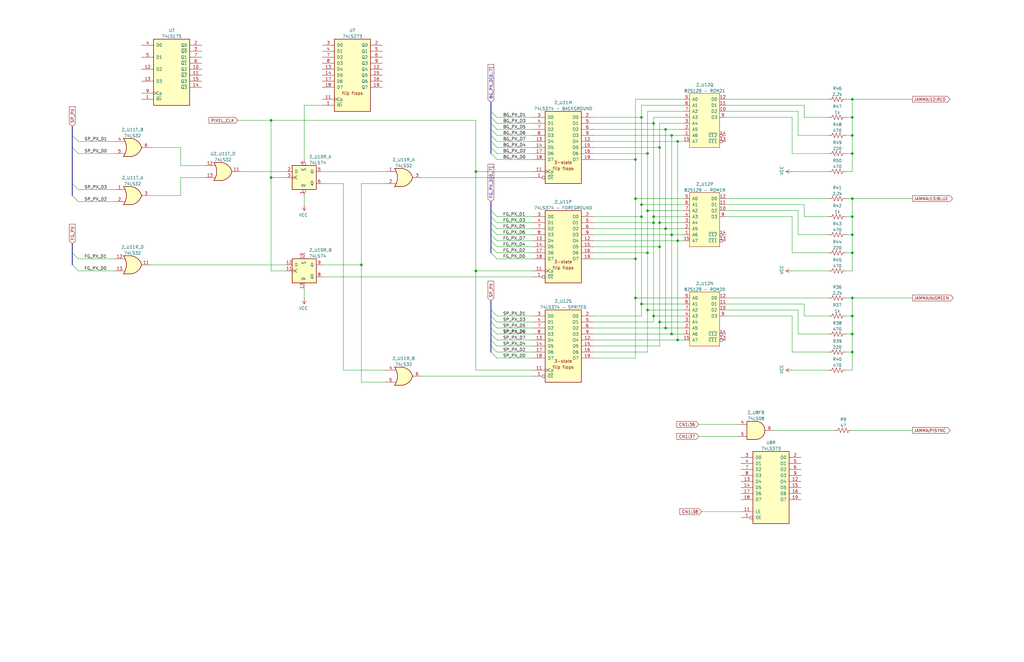
<source format=kicad_sch>
(kicad_sch (version 20211123) (generator eeschema)
  (paper "B")
  (title_block (title "Slapfight Arcade PCB") (company "Schematics created by Neil Ward & Anton Gale"))
  (lib_symbols
    (symbol "74xx:74LS08" (pin_names (offset 1.016))
      (property "Reference" "U" (at 0 1.27 0))
      (property "Value" "74LS08" (at 0 -1.27 0))
      (symbol "74LS08_1_1"
        (arc (start 0 -3.81) (mid 3.81 0) (end 0 3.81) (stroke (width 0.254)) (fill (type background)))
        (polyline (pts (xy 0 3.81) (xy -3.81 3.81) (xy -3.81 -3.81) (xy 0 -3.81)) (stroke (width 0.254)) (fill (type background)))
        (pin input line (at -7.62 2.54 0) (length 3.81) (name "~") (number "1"))
        (pin input line (at -7.62 -2.54 0) (length 3.81) (name "~") (number "2"))
        (pin output line (at 7.62 0 180) (length 3.81) (name "~") (number "3"))
      )
      (symbol "74LS08_1_2"
        (arc (start -3.81 -3.81) (mid -2.589 0) (end -3.81 3.81) (stroke (width 0.254)))
        (arc (start -0.6096 -3.81) (mid 2.1842 -2.5851) (end 3.81 0) (stroke (width 0.254)) (fill (type background)))
        (polyline (pts (xy -3.81 -3.81) (xy -0.635 -3.81)) (stroke (width 0.254)) (fill (type background)))
        (polyline (pts (xy -3.81 3.81) (xy -0.635 3.81)) (stroke (width 0.254)) (fill (type background)))
        (polyline (pts (xy -0.635 3.81) (xy -3.81 3.81) (xy -3.81 3.81) (xy -3.556 3.4036) (xy -3.0226 2.2606) (xy -2.6924 1.0414) (xy -2.6162 -0.254) (xy -2.7686 -1.4986) (xy -3.175 -2.7178) (xy -3.81 -3.81) (xy -3.81 -3.81) (xy -0.635 -3.81)) (stroke (width -25.4)) (fill (type background)))
        (arc (start 3.81 0) (mid 2.1915 2.5936) (end -0.6096 3.81) (stroke (width 0.254)) (fill (type background)))
        (pin input inverted (at -7.62 2.54 0) (length 4.318) (name "~") (number "1"))
        (pin input inverted (at -7.62 -2.54 0) (length 4.318) (name "~") (number "2"))
        (pin output inverted (at 7.62 0 180) (length 3.81) (name "~") (number "3"))
      )
      (symbol "74LS08_2_1"
        (arc (start 0 -3.81) (mid 3.81 0) (end 0 3.81) (stroke (width 0.254)) (fill (type background)))
        (polyline (pts (xy 0 3.81) (xy -3.81 3.81) (xy -3.81 -3.81) (xy 0 -3.81)) (stroke (width 0.254)) (fill (type background)))
        (pin input line (at -7.62 2.54 0) (length 3.81) (name "~") (number "4"))
        (pin input line (at -7.62 -2.54 0) (length 3.81) (name "~") (number "5"))
        (pin output line (at 7.62 0 180) (length 3.81) (name "~") (number "6"))
      )
      (symbol "74LS08_2_2"
        (arc (start -3.81 -3.81) (mid -2.589 0) (end -3.81 3.81) (stroke (width 0.254)))
        (arc (start -0.6096 -3.81) (mid 2.1842 -2.5851) (end 3.81 0) (stroke (width 0.254)) (fill (type background)))
        (polyline (pts (xy -3.81 -3.81) (xy -0.635 -3.81)) (stroke (width 0.254)) (fill (type background)))
        (polyline (pts (xy -3.81 3.81) (xy -0.635 3.81)) (stroke (width 0.254)) (fill (type background)))
        (polyline (pts (xy -0.635 3.81) (xy -3.81 3.81) (xy -3.81 3.81) (xy -3.556 3.4036) (xy -3.0226 2.2606) (xy -2.6924 1.0414) (xy -2.6162 -0.254) (xy -2.7686 -1.4986) (xy -3.175 -2.7178) (xy -3.81 -3.81) (xy -3.81 -3.81) (xy -0.635 -3.81)) (stroke (width -25.4)) (fill (type background)))
        (arc (start 3.81 0) (mid 2.1915 2.5936) (end -0.6096 3.81) (stroke (width 0.254)) (fill (type background)))
        (pin input inverted (at -7.62 2.54 0) (length 4.318) (name "~") (number "4"))
        (pin input inverted (at -7.62 -2.54 0) (length 4.318) (name "~") (number "5"))
        (pin output inverted (at 7.62 0 180) (length 3.81) (name "~") (number "6"))
      )
      (symbol "74LS08_3_1"
        (arc (start 0 -3.81) (mid 3.81 0) (end 0 3.81) (stroke (width 0.254)) (fill (type background)))
        (polyline (pts (xy 0 3.81) (xy -3.81 3.81) (xy -3.81 -3.81) (xy 0 -3.81)) (stroke (width 0.254)) (fill (type background)))
        (pin input line (at -7.62 -2.54 0) (length 3.81) (name "~") (number "10"))
        (pin output line (at 7.62 0 180) (length 3.81) (name "~") (number "8"))
        (pin input line (at -7.62 2.54 0) (length 3.81) (name "~") (number "9"))
      )
      (symbol "74LS08_3_2"
        (arc (start -3.81 -3.81) (mid -2.589 0) (end -3.81 3.81) (stroke (width 0.254)))
        (arc (start -0.6096 -3.81) (mid 2.1842 -2.5851) (end 3.81 0) (stroke (width 0.254)) (fill (type background)))
        (polyline (pts (xy -3.81 -3.81) (xy -0.635 -3.81)) (stroke (width 0.254)) (fill (type background)))
        (polyline (pts (xy -3.81 3.81) (xy -0.635 3.81)) (stroke (width 0.254)) (fill (type background)))
        (polyline (pts (xy -0.635 3.81) (xy -3.81 3.81) (xy -3.81 3.81) (xy -3.556 3.4036) (xy -3.0226 2.2606) (xy -2.6924 1.0414) (xy -2.6162 -0.254) (xy -2.7686 -1.4986) (xy -3.175 -2.7178) (xy -3.81 -3.81) (xy -3.81 -3.81) (xy -0.635 -3.81)) (stroke (width -25.4)) (fill (type background)))
        (arc (start 3.81 0) (mid 2.1915 2.5936) (end -0.6096 3.81) (stroke (width 0.254)) (fill (type background)))
        (pin input inverted (at -7.62 -2.54 0) (length 4.318) (name "~") (number "10"))
        (pin output inverted (at 7.62 0 180) (length 3.81) (name "~") (number "8"))
        (pin input inverted (at -7.62 2.54 0) (length 4.318) (name "~") (number "9"))
      )
      (symbol "74LS08_4_1"
        (arc (start 0 -3.81) (mid 3.81 0) (end 0 3.81) (stroke (width 0.254)) (fill (type background)))
        (polyline (pts (xy 0 3.81) (xy -3.81 3.81) (xy -3.81 -3.81) (xy 0 -3.81)) (stroke (width 0.254)) (fill (type background)))
        (pin output line (at 7.62 0 180) (length 3.81) (name "~") (number "11"))
        (pin input line (at -7.62 2.54 0) (length 3.81) (name "~") (number "12"))
        (pin input line (at -7.62 -2.54 0) (length 3.81) (name "~") (number "13"))
      )
      (symbol "74LS08_4_2"
        (arc (start -3.81 -3.81) (mid -2.589 0) (end -3.81 3.81) (stroke (width 0.254)))
        (arc (start -0.6096 -3.81) (mid 2.1842 -2.5851) (end 3.81 0) (stroke (width 0.254)) (fill (type background)))
        (polyline (pts (xy -3.81 -3.81) (xy -0.635 -3.81)) (stroke (width 0.254)) (fill (type background)))
        (polyline (pts (xy -3.81 3.81) (xy -0.635 3.81)) (stroke (width 0.254)) (fill (type background)))
        (polyline (pts (xy -0.635 3.81) (xy -3.81 3.81) (xy -3.81 3.81) (xy -3.556 3.4036) (xy -3.0226 2.2606) (xy -2.6924 1.0414) (xy -2.6162 -0.254) (xy -2.7686 -1.4986) (xy -3.175 -2.7178) (xy -3.81 -3.81) (xy -3.81 -3.81) (xy -0.635 -3.81)) (stroke (width -25.4)) (fill (type background)))
        (arc (start 3.81 0) (mid 2.1915 2.5936) (end -0.6096 3.81) (stroke (width 0.254)) (fill (type background)))
        (pin output inverted (at 7.62 0 180) (length 3.81) (name "~") (number "11"))
        (pin input inverted (at -7.62 2.54 0) (length 4.318) (name "~") (number "12"))
        (pin input inverted (at -7.62 -2.54 0) (length 4.318) (name "~") (number "13"))
      )
      (symbol "74LS08_5_0"
        (pin power_in line (at 0 12.7 270) (length 5.08) (name "VCC") (number "14"))
        (pin power_in line (at 0 -12.7 90) (length 5.08) (name "GND") (number "7"))
      )
      (symbol "74LS08_5_1"
        (rectangle (start -5.08 7.62) (end 5.08 -7.62) (stroke (width 0.254)) (fill (type background)))
      )
    )
    (symbol "Device:R_US" (pin_numbers hide) (pin_names (offset 0))
      (property "Reference" "R" (at 2.54 0 90))
      (property "Value" "R_US" (at -2.54 0 90))
      (symbol "R_US_0_1"
        (polyline (pts (xy 0 -2.286) (xy 0 -2.54)))
        (polyline (pts (xy 0 2.286) (xy 0 2.54)))
        (polyline (pts (xy 0 -0.762) (xy 1.016 -1.143) (xy 0 -1.524) (xy -1.016 -1.905) (xy 0 -2.286)))
        (polyline (pts (xy 0 0.762) (xy 1.016 0.381) (xy 0 0) (xy -1.016 -0.381) (xy 0 -0.762)))
        (polyline (pts (xy 0 2.286) (xy 1.016 1.905) (xy 0 1.524) (xy -1.016 1.143) (xy 0 0.762)))
      )
      (symbol "R_US_1_1"
        (pin passive line (at 0 3.81 270) (length 1.27) (name "~") (number "1"))
        (pin passive line (at 0 -3.81 90) (length 1.27) (name "~") (number "2"))
      )
    )
    (symbol "arcade:82S126-9" (pin_names (offset 1.016))
      (property "Reference" "U" (at 1.27 11.43 0))
      (property "Value" "82S126-9" (at 1.27 12.7 0))
      (symbol "82S126-9_0_1"
        (rectangle (start -5.08 11.43) (end 7.62 -11.43) (fill (type background)))
      )
      (symbol "82S126-9_1_1"
        (pin input line (at -7.62 -6.35 0) (length 2.54) (name "A6") (number "1"))
        (pin output line (at 10.16 3.81 180) (length 2.54) (name "D2") (number "10"))
        (pin output line (at 10.16 6.35 180) (length 2.54) (name "D1") (number "11"))
        (pin output line (at 10.16 8.89 180) (length 2.54) (name "D0") (number "12"))
        (pin input inverted (at 10.16 -8.89 180) (length 2.54) (name "~{CE1}") (number "13"))
        (pin input inverted (at 10.16 -6.35 180) (length 2.54) (name "~{CE2}") (number "14"))
        (pin input line (at -7.62 -8.89 0) (length 2.54) (name "A7") (number "15"))
        (pin power_in line (at 1.27 11.43 270) (length 2.54) hide (name "VCC") (number "16"))
        (pin input line (at -7.62 -3.81 0) (length 2.54) (name "A5") (number "2"))
        (pin input line (at -7.62 -1.27 0) (length 2.54) (name "A4") (number "3"))
        (pin input line (at -7.62 1.27 0) (length 2.54) (name "A3") (number "4"))
        (pin input line (at -7.62 8.89 0) (length 2.54) (name "A0") (number "5"))
        (pin input line (at -7.62 6.35 0) (length 2.54) (name "A1") (number "6"))
        (pin input line (at -7.62 3.81 0) (length 2.54) (name "A2") (number "7"))
        (pin power_in line (at 1.27 -11.43 90) (length 2.54) hide (name "VSS") (number "8"))
        (pin output line (at 10.16 1.27 180) (length 2.54) (name "D3") (number "9"))
      )
    )
    (symbol "jt74:74LS175" (pin_names (offset 1.016))
      (property "Reference" "U" (at -7.62 13.97 0))
      (property "Value" "74LS175" (at -7.62 -16.51 0))
      (symbol "74LS175_1_0"
        (pin input line (at -12.7 -12.7 0) (length 5.08) (name "~{Mr}") (number "1"))
        (pin output line (at 12.7 0 180) (length 5.08) (name "Q2") (number "10"))
        (pin output line (at 12.7 -2.54 180) (length 5.08) (name "~{Q2}") (number "11"))
        (pin input line (at -12.7 0 0) (length 5.08) (name "D2") (number "12"))
        (pin input line (at -12.7 -5.08 0) (length 5.08) (name "D3") (number "13"))
        (pin output line (at 12.7 -7.62 180) (length 5.08) (name "~{Q3}") (number "14"))
        (pin output line (at 12.7 -5.08 180) (length 5.08) (name "Q3") (number "15"))
        (pin output line (at 12.7 10.16 180) (length 5.08) (name "Q0") (number "2"))
        (pin output line (at 12.7 7.62 180) (length 5.08) (name "~{Q0}") (number "3"))
        (pin input line (at -12.7 10.16 0) (length 5.08) (name "D0") (number "4"))
        (pin input line (at -12.7 5.08 0) (length 5.08) (name "D1") (number "5"))
        (pin output line (at 12.7 2.54 180) (length 5.08) (name "~{Q1}") (number "6"))
        (pin output line (at 12.7 5.08 180) (length 5.08) (name "Q1") (number "7"))
        (pin input clock (at -12.7 -10.16 0) (length 5.08) (name "Cp") (number "9"))
      )
      (symbol "74LS175_1_1"
        (rectangle (start -7.62 12.7) (end 7.62 -15.24) (stroke (width 0.254)) (fill (type background)))
      )
    )
    (symbol "jt74:74LS273" (pin_names (offset 1.016))
      (property "Reference" "U" (at 0 2.54 0))
      (property "Value" "74LS273" (at 2.54 -13.97 0))
      (symbol "74LS273_0_0"
        (text "flip flops" (at 0 -7.62 0) (effects (font (size 1.27 1.27))))
      )
      (symbol "74LS273_1_0"
        (pin input line (at -12.7 -12.7 0) (length 5.08) (name "~{Mr}") (number "1"))
        (pin input clock (at -12.7 -10.16 0) (length 5.08) (name "Cp") (number "11"))
        (pin output line (at 12.7 2.54 180) (length 5.08) (name "Q4") (number "12"))
        (pin input line (at -12.7 2.54 0) (length 5.08) (name "D4") (number "13"))
        (pin input line (at -12.7 0 0) (length 5.08) (name "D5") (number "14"))
        (pin output line (at 12.7 0 180) (length 5.08) (name "Q5") (number "15"))
        (pin output line (at 12.7 -2.54 180) (length 5.08) (name "Q6") (number "16"))
        (pin input line (at -12.7 -2.54 0) (length 5.08) (name "D6") (number "17"))
        (pin input line (at -12.7 -5.08 0) (length 5.08) (name "D7") (number "18"))
        (pin output line (at 12.7 -5.08 180) (length 5.08) (name "Q7") (number "19"))
        (pin output line (at 12.7 12.7 180) (length 5.08) (name "Q0") (number "2"))
        (pin input line (at -12.7 12.7 0) (length 5.08) (name "D0") (number "3"))
        (pin input line (at -12.7 10.16 0) (length 5.08) (name "D1") (number "4"))
        (pin output line (at 12.7 10.16 180) (length 5.08) (name "Q1") (number "5"))
        (pin output line (at 12.7 7.62 180) (length 5.08) (name "Q2") (number "6"))
        (pin input line (at -12.7 7.62 0) (length 5.08) (name "D2") (number "7"))
        (pin input line (at -12.7 5.08 0) (length 5.08) (name "D3") (number "8"))
        (pin output line (at 12.7 5.08 180) (length 5.08) (name "Q3") (number "9"))
      )
      (symbol "74LS273_1_1"
        (rectangle (start -7.62 15.24) (end 7.62 -15.24) (stroke (width 0.254)) (fill (type background)))
      )
    )
    (symbol "jt74:74LS32" (pin_names (offset 1.016))
      (property "Reference" "U" (at 0 1.27 0))
      (property "Value" "74LS32" (at 0 -1.27 0))
      (symbol "74LS32_1_1"
        (arc (start -3.81 -3.81) (mid -2.589 0) (end -3.81 3.81) (stroke (width 0.254)))
        (arc (start -0.6096 -3.81) (mid 2.1842 -2.5851) (end 3.81 0) (stroke (width 0.254)) (fill (type background)))
        (polyline (pts (xy -3.81 -3.81) (xy -0.635 -3.81)) (stroke (width 0.254)) (fill (type background)))
        (polyline (pts (xy -3.81 3.81) (xy -0.635 3.81)) (stroke (width 0.254)) (fill (type background)))
        (polyline (pts (xy -0.635 3.81) (xy -3.81 3.81) (xy -3.81 3.81) (xy -3.556 3.4036) (xy -3.0226 2.2606) (xy -2.6924 1.0414) (xy -2.6162 -0.254) (xy -2.7686 -1.4986) (xy -3.175 -2.7178) (xy -3.81 -3.81) (xy -3.81 -3.81) (xy -0.635 -3.81)) (stroke (width -25.4)) (fill (type background)))
        (arc (start 3.81 0) (mid 2.1915 2.5936) (end -0.6096 3.81) (stroke (width 0.254)) (fill (type background)))
        (pin input line (at -7.62 2.54 0) (length 4.318) (name "~") (number "1"))
        (pin input line (at -7.62 -2.54 0) (length 4.318) (name "~") (number "2"))
        (pin output line (at 7.62 0 180) (length 3.81) (name "~") (number "3"))
      )
      (symbol "74LS32_1_2"
        (arc (start 0 -3.81) (mid 3.81 0) (end 0 3.81) (stroke (width 0.254)) (fill (type background)))
        (polyline (pts (xy 0 3.81) (xy -3.81 3.81) (xy -3.81 -3.81) (xy 0 -3.81)) (stroke (width 0.254)) (fill (type background)))
        (pin input inverted (at -7.62 2.54 0) (length 3.81) (name "~") (number "1"))
        (pin input inverted (at -7.62 -2.54 0) (length 3.81) (name "~") (number "2"))
        (pin output inverted (at 7.62 0 180) (length 3.81) (name "~") (number "3"))
      )
      (symbol "74LS32_2_1"
        (arc (start -3.81 -3.81) (mid -2.589 0) (end -3.81 3.81) (stroke (width 0.254)))
        (arc (start -0.6096 -3.81) (mid 2.1842 -2.5851) (end 3.81 0) (stroke (width 0.254)) (fill (type background)))
        (polyline (pts (xy -3.81 -3.81) (xy -0.635 -3.81)) (stroke (width 0.254)) (fill (type background)))
        (polyline (pts (xy -3.81 3.81) (xy -0.635 3.81)) (stroke (width 0.254)) (fill (type background)))
        (polyline (pts (xy -0.635 3.81) (xy -3.81 3.81) (xy -3.81 3.81) (xy -3.556 3.4036) (xy -3.0226 2.2606) (xy -2.6924 1.0414) (xy -2.6162 -0.254) (xy -2.7686 -1.4986) (xy -3.175 -2.7178) (xy -3.81 -3.81) (xy -3.81 -3.81) (xy -0.635 -3.81)) (stroke (width -25.4)) (fill (type background)))
        (arc (start 3.81 0) (mid 2.1915 2.5936) (end -0.6096 3.81) (stroke (width 0.254)) (fill (type background)))
        (pin input line (at -7.62 2.54 0) (length 4.318) (name "~") (number "4"))
        (pin input line (at -7.62 -2.54 0) (length 4.318) (name "~") (number "5"))
        (pin output line (at 7.62 0 180) (length 3.81) (name "~") (number "6"))
      )
      (symbol "74LS32_2_2"
        (arc (start 0 -3.81) (mid 3.81 0) (end 0 3.81) (stroke (width 0.254)) (fill (type background)))
        (polyline (pts (xy 0 3.81) (xy -3.81 3.81) (xy -3.81 -3.81) (xy 0 -3.81)) (stroke (width 0.254)) (fill (type background)))
        (pin input inverted (at -7.62 2.54 0) (length 3.81) (name "~") (number "4"))
        (pin input inverted (at -7.62 -2.54 0) (length 3.81) (name "~") (number "5"))
        (pin output inverted (at 7.62 0 180) (length 3.81) (name "~") (number "6"))
      )
      (symbol "74LS32_3_1"
        (arc (start -3.81 -3.81) (mid -2.589 0) (end -3.81 3.81) (stroke (width 0.254)))
        (arc (start -0.6096 -3.81) (mid 2.1842 -2.5851) (end 3.81 0) (stroke (width 0.254)) (fill (type background)))
        (polyline (pts (xy -3.81 -3.81) (xy -0.635 -3.81)) (stroke (width 0.254)) (fill (type background)))
        (polyline (pts (xy -3.81 3.81) (xy -0.635 3.81)) (stroke (width 0.254)) (fill (type background)))
        (polyline (pts (xy -0.635 3.81) (xy -3.81 3.81) (xy -3.81 3.81) (xy -3.556 3.4036) (xy -3.0226 2.2606) (xy -2.6924 1.0414) (xy -2.6162 -0.254) (xy -2.7686 -1.4986) (xy -3.175 -2.7178) (xy -3.81 -3.81) (xy -3.81 -3.81) (xy -0.635 -3.81)) (stroke (width -25.4)) (fill (type background)))
        (arc (start 3.81 0) (mid 2.1915 2.5936) (end -0.6096 3.81) (stroke (width 0.254)) (fill (type background)))
        (pin input line (at -7.62 -2.54 0) (length 4.318) (name "~") (number "10"))
        (pin output line (at 7.62 0 180) (length 3.81) (name "~") (number "8"))
        (pin input line (at -7.62 2.54 0) (length 4.318) (name "~") (number "9"))
      )
      (symbol "74LS32_3_2"
        (arc (start 0 -3.81) (mid 3.81 0) (end 0 3.81) (stroke (width 0.254)) (fill (type background)))
        (polyline (pts (xy 0 3.81) (xy -3.81 3.81) (xy -3.81 -3.81) (xy 0 -3.81)) (stroke (width 0.254)) (fill (type background)))
        (pin input inverted (at -7.62 -2.54 0) (length 3.81) (name "~") (number "10"))
        (pin output inverted (at 7.62 0 180) (length 3.81) (name "~") (number "8"))
        (pin input inverted (at -7.62 2.54 0) (length 3.81) (name "~") (number "9"))
      )
      (symbol "74LS32_4_1"
        (arc (start -3.81 -3.81) (mid -2.589 0) (end -3.81 3.81) (stroke (width 0.254)))
        (arc (start -0.6096 -3.81) (mid 2.1842 -2.5851) (end 3.81 0) (stroke (width 0.254)) (fill (type background)))
        (polyline (pts (xy -3.81 -3.81) (xy -0.635 -3.81)) (stroke (width 0.254)) (fill (type background)))
        (polyline (pts (xy -3.81 3.81) (xy -0.635 3.81)) (stroke (width 0.254)) (fill (type background)))
        (polyline (pts (xy -0.635 3.81) (xy -3.81 3.81) (xy -3.81 3.81) (xy -3.556 3.4036) (xy -3.0226 2.2606) (xy -2.6924 1.0414) (xy -2.6162 -0.254) (xy -2.7686 -1.4986) (xy -3.175 -2.7178) (xy -3.81 -3.81) (xy -3.81 -3.81) (xy -0.635 -3.81)) (stroke (width -25.4)) (fill (type background)))
        (arc (start 3.81 0) (mid 2.1915 2.5936) (end -0.6096 3.81) (stroke (width 0.254)) (fill (type background)))
        (pin output line (at 7.62 0 180) (length 3.81) (name "~") (number "11"))
        (pin input line (at -7.62 2.54 0) (length 4.318) (name "~") (number "12"))
        (pin input line (at -7.62 -2.54 0) (length 4.318) (name "~") (number "13"))
      )
      (symbol "74LS32_4_2"
        (arc (start 0 -3.81) (mid 3.81 0) (end 0 3.81) (stroke (width 0.254)) (fill (type background)))
        (polyline (pts (xy 0 3.81) (xy -3.81 3.81) (xy -3.81 -3.81) (xy 0 -3.81)) (stroke (width 0.254)) (fill (type background)))
        (pin output inverted (at 7.62 0 180) (length 3.81) (name "~") (number "11"))
        (pin input inverted (at -7.62 2.54 0) (length 3.81) (name "~") (number "12"))
        (pin input inverted (at -7.62 -2.54 0) (length 3.81) (name "~") (number "13"))
      )
      (symbol "74LS32_5_0"
        (pin power_in line (at 0 7.62 270) (length 5.08) hide (name "VCC") (number "14"))
        (pin power_in line (at 0 -7.62 90) (length 5.08) hide (name "VSS") (number "7"))
      )
      (symbol "74LS32_5_1"
        (rectangle (start -5.08 7.62) (end 5.08 -7.62) (stroke (width 0.254)) (fill (type background)))
      )
    )
    (symbol "jt74:74LS373" (pin_names (offset 1.016))
      (property "Reference" "U" (at -7.62 16.51 0))
      (property "Value" "74LS373" (at -7.62 -16.51 0))
      (symbol "74LS373_1_0"
        (pin input inverted (at -12.7 -12.7 0) (length 5.08) (name "OE") (number "1"))
        (pin power_in line (at 0 -15.24 90) (length 5.08) hide (name "VSS") (number "10"))
        (pin input line (at -12.7 -10.16 0) (length 5.08) (name "LE") (number "11"))
        (pin tri_state line (at 12.7 2.54 180) (length 5.08) (name "O4") (number "12"))
        (pin input line (at -12.7 2.54 0) (length 5.08) (name "D4") (number "13"))
        (pin input line (at -12.7 0 0) (length 5.08) (name "D5") (number "14"))
        (pin tri_state line (at 12.7 0 180) (length 5.08) (name "O5") (number "15"))
        (pin tri_state line (at 12.7 -2.54 180) (length 5.08) (name "O6") (number "16"))
        (pin input line (at -12.7 -2.54 0) (length 5.08) (name "D6") (number "17"))
        (pin input line (at -12.7 -5.08 0) (length 5.08) (name "D7") (number "18"))
        (pin tri_state line (at 12.7 -5.08 180) (length 5.08) (name "O7") (number "19"))
        (pin tri_state line (at 12.7 12.7 180) (length 5.08) (name "O0") (number "2"))
        (pin power_in line (at 0 15.24 270) (length 5.08) hide (name "VCC") (number "20"))
        (pin input line (at -12.7 12.7 0) (length 5.08) (name "D0") (number "3"))
        (pin input line (at -12.7 10.16 0) (length 5.08) (name "D1") (number "4"))
        (pin tri_state line (at 12.7 10.16 180) (length 5.08) (name "O1") (number "5"))
        (pin tri_state line (at 12.7 7.62 180) (length 5.08) (name "O2") (number "6"))
        (pin input line (at -12.7 7.62 0) (length 5.08) (name "D2") (number "7"))
        (pin input line (at -12.7 5.08 0) (length 5.08) (name "D3") (number "8"))
        (pin tri_state line (at 12.7 5.08 180) (length 5.08) (name "O3") (number "9"))
      )
      (symbol "74LS373_1_1"
        (rectangle (start -7.62 15.24) (end 7.62 -15.24) (stroke (width 0.254)) (fill (type background)))
      )
    )
    (symbol "jt74:74LS374" (pin_names (offset 1.016))
      (property "Reference" "U" (at 0 1.27 0))
      (property "Value" "74LS374" (at 2.54 -13.97 0))
      (symbol "74LS374_0_0"
        (text "3-state" (at 0 -6.35 0) (effects (font (size 1.27 1.27))))
        (text "flip flops" (at 0 -8.89 0) (effects (font (size 1.27 1.27))))
      )
      (symbol "74LS374_1_0"
        (pin input inverted (at -12.7 -12.7 0) (length 5.08) (name "~{OE}") (number "1"))
        (pin input clock (at -12.7 -10.16 0) (length 5.08) (name "Cp") (number "11"))
        (pin tri_state line (at 12.7 2.54 180) (length 5.08) (name "O4") (number "12"))
        (pin input line (at -12.7 2.54 0) (length 5.08) (name "D4") (number "13"))
        (pin input line (at -12.7 0 0) (length 5.08) (name "D5") (number "14"))
        (pin tri_state line (at 12.7 0 180) (length 5.08) (name "O5") (number "15"))
        (pin tri_state line (at 12.7 -2.54 180) (length 5.08) (name "O6") (number "16"))
        (pin input line (at -12.7 -2.54 0) (length 5.08) (name "D6") (number "17"))
        (pin input line (at -12.7 -5.08 0) (length 5.08) (name "D7") (number "18"))
        (pin tri_state line (at 12.7 -5.08 180) (length 5.08) (name "O7") (number "19"))
        (pin tri_state line (at 12.7 12.7 180) (length 5.08) (name "O0") (number "2"))
        (pin input line (at -12.7 12.7 0) (length 5.08) (name "D0") (number "3"))
        (pin input line (at -12.7 10.16 0) (length 5.08) (name "D1") (number "4"))
        (pin tri_state line (at 12.7 10.16 180) (length 5.08) (name "O1") (number "5"))
        (pin tri_state line (at 12.7 7.62 180) (length 5.08) (name "O2") (number "6"))
        (pin input line (at -12.7 7.62 0) (length 5.08) (name "D2") (number "7"))
        (pin input line (at -12.7 5.08 0) (length 5.08) (name "D3") (number "8"))
        (pin tri_state line (at 12.7 5.08 180) (length 5.08) (name "O3") (number "9"))
      )
      (symbol "74LS374_1_1"
        (rectangle (start -7.62 15.24) (end 7.62 -15.24) (stroke (width 0.254)) (fill (type background)))
      )
    )
    (symbol "jt74:74LS74" (pin_names (offset 1.016))
      (property "Reference" "U" (at 3.81 5.08 0))
      (property "Value" "74LS74" (at 0 0 0))
      (symbol "74LS74_1_0"
        (pin input inverted (at 0 -7.62 90) (length 2.54) (name "~{R}") (number "1"))
        (pin input line (at -7.62 2.54 0) (length 2.54) (name "D") (number "2"))
        (pin input clock (at -7.62 0 0) (length 2.54) (name "C") (number "3"))
        (pin input inverted (at 0 7.62 270) (length 2.54) (name "~{S}") (number "4"))
        (pin output line (at 7.62 2.54 180) (length 2.54) (name "Q") (number "5"))
        (pin output line (at 7.62 -2.54 180) (length 2.54) (name "~{Q}") (number "6"))
      )
      (symbol "74LS74_1_1"
        (rectangle (start -5.08 5.08) (end 5.08 -5.08) (stroke (width 0.254)) (fill (type background)))
      )
      (symbol "74LS74_2_0"
        (pin input clock (at -7.62 0 0) (length 2.54) (name "C") (number "11"))
        (pin input line (at -7.62 2.54 0) (length 2.54) (name "D") (number "12"))
        (pin input line (at 0 -7.62 90) (length 2.54) (name "~{R}") (number "13"))
        (pin output line (at 7.62 -2.54 180) (length 2.54) (name "~{Q}") (number "8"))
        (pin output line (at 7.62 2.54 180) (length 2.54) (name "Q") (number "9"))
      )
      (symbol "74LS74_2_1"
        (rectangle (start -5.08 5.08) (end 5.08 -5.08) (stroke (width 0.254)) (fill (type background)))
        (pin input line (at 0 7.62 270) (length 2.54) (name "~{S}") (number "10"))
      )
      (symbol "74LS74_3_0"
        (pin power_in line (at 0 7.62 270) (length 2.54) hide (name "VCC") (number "14"))
        (pin power_in line (at 0 -7.62 90) (length 2.54) hide (name "VSS") (number "7"))
      )
      (symbol "74LS74_3_1"
        (rectangle (start -5.08 7.62) (end 5.08 -7.62) (stroke (width 0.254)) (fill (type background)))
      )
    )
    (symbol "power:VCC" (power) (pin_names (offset 0))
      (property "Value" "VCC" (at 0 3.81 0))
      (symbol "VCC_0_1"
        (polyline (pts (xy -0.762 1.27) (xy 0 2.54)))
        (polyline (pts (xy 0 0) (xy 0 2.54)))
        (polyline (pts (xy 0 2.54) (xy 0.762 1.27)))
      )
      (symbol "VCC_1_1"
        (pin power_in line (at 0 0 90) (length 0) hide (name "VCC") (number "1"))
      )
    )
  )
  (junction (at 280.67 138.43))
  (junction (at 270.51 49.53))
  (junction (at 283.21 140.97))
  (junction (at 273.05 106.68))
  (junction (at 278.13 104.14))
  (junction (at 273.05 130.81))
  (junction (at 278.13 62.23))
  (junction (at 359.41 106.68))
  (junction (at 285.75 59.69))
  (junction (at 270.51 128.27))
  (junction (at 280.67 54.61))
  (junction (at 275.59 91.44))
  (junction (at 267.97 83.82))
  (junction (at 275.59 52.07))
  (junction (at 283.21 57.15))
  (junction (at 273.05 88.9))
  (junction (at 114.3 50.8))
  (junction (at 359.41 41.91))
  (junction (at 267.97 125.73))
  (junction (at 278.13 93.98))
  (junction (at 200.66 114.3))
  (junction (at 152.4 111.76))
  (junction (at 275.59 133.35))
  (junction (at 280.67 96.52))
  (junction (at 359.41 133.35))
  (junction (at 270.51 91.44))
  (junction (at 285.75 143.51))
  (junction (at 283.21 99.06))
  (junction (at 359.41 148.59))
  (junction (at 267.97 67.31))
  (junction (at 359.41 83.82))
  (junction (at 359.41 57.15))
  (junction (at 359.41 49.53))
  (junction (at 359.41 140.97))
  (junction (at 270.51 86.36))
  (junction (at 285.75 101.6))
  (junction (at 359.41 99.06))
  (junction (at 114.3 74.93))
  (junction (at 200.66 72.39))
  (junction (at 273.05 64.77))
  (junction (at 359.41 91.44))
  (junction (at 359.41 64.77))
  (junction (at 278.13 135.89))
  (junction (at 359.41 125.73))
  (junction (at 267.97 109.22))
  (junction (at 275.59 93.98))
  (bus_entry (at 207.01 106.68) (size 2.54 2.54))
  (bus_entry (at 207.01 104.14) (size 2.54 2.54))
  (bus_entry (at 207.01 148.59) (size 2.54 2.54))
  (bus_entry (at 207.01 138.43) (size 2.54 2.54))
  (bus_entry (at 207.01 143.51) (size 2.54 2.54))
  (bus_entry (at 207.01 140.97) (size 2.54 2.54))
  (bus_entry (at 207.01 96.52) (size 2.54 2.54))
  (bus_entry (at 207.01 91.44) (size 2.54 2.54))
  (bus_entry (at 207.01 93.98) (size 2.54 2.54))
  (bus_entry (at 207.01 133.35) (size 2.54 2.54))
  (bus_entry (at 30.48 82.55) (size 2.54 2.54))
  (bus_entry (at 207.01 130.81) (size 2.54 2.54))
  (bus_entry (at 30.48 106.68) (size 2.54 2.54))
  (bus_entry (at 207.01 101.6) (size 2.54 2.54))
  (bus_entry (at 207.01 135.89) (size 2.54 2.54))
  (bus_entry (at 207.01 46.99) (size 2.54 2.54))
  (bus_entry (at 207.01 54.61) (size 2.54 2.54))
  (bus_entry (at 207.01 52.07) (size 2.54 2.54))
  (bus_entry (at 207.01 49.53) (size 2.54 2.54))
  (bus_entry (at 207.01 57.15) (size 2.54 2.54))
  (bus_entry (at 207.01 59.69) (size 2.54 2.54))
  (bus_entry (at 207.01 62.23) (size 2.54 2.54))
  (bus_entry (at 207.01 64.77) (size 2.54 2.54))
  (bus_entry (at 207.01 88.9) (size 2.54 2.54))
  (bus_entry (at 207.01 146.05) (size 2.54 2.54))
  (bus_entry (at 30.48 62.23) (size 2.54 2.54))
  (bus_entry (at 30.48 57.15) (size 2.54 2.54))
  (bus_entry (at 30.48 111.76) (size 2.54 2.54))
  (bus_entry (at 30.48 77.47) (size 2.54 2.54))
  (bus_entry (at 207.01 99.06) (size 2.54 2.54))
  (wire (pts (xy 306.07 46.99) (xy 336.55 46.99)))
  (wire (pts (xy 306.07 125.73) (xy 349.25 125.73)))
  (wire (pts (xy 356.87 72.39) (xy 359.41 72.39)))
  (wire (pts (xy 336.55 140.97) (xy 349.25 140.97)))
  (wire (pts (xy 359.41 99.06) (xy 359.41 91.44)))
  (wire (pts (xy 209.55 96.52) (xy 224.79 96.52)))
  (wire (pts (xy 144.78 156.21) (xy 144.78 77.47)))
  (wire (pts (xy 285.75 59.69) (xy 285.75 101.6)))
  (wire (pts (xy 114.3 114.3) (xy 120.65 114.3)))
  (wire (pts (xy 336.55 57.15) (xy 349.25 57.15)))
  (wire (pts (xy 306.07 130.81) (xy 336.55 130.81)))
  (wire (pts (xy 250.19 148.59) (xy 273.05 148.59)))
  (wire (pts (xy 359.41 125.73) (xy 384.81 125.73)))
  (wire (pts (xy 278.13 62.23) (xy 278.13 93.98)))
  (wire (pts (xy 359.41 72.39) (xy 359.41 64.77)))
  (wire (pts (xy 209.55 106.68) (xy 224.79 106.68)))
  (wire (pts (xy 250.19 99.06) (xy 283.21 99.06)))
  (wire (pts (xy 209.55 49.53) (xy 224.79 49.53)))
  (wire (pts (xy 306.07 44.45) (xy 339.09 44.45)))
  (wire (pts (xy 267.97 67.31) (xy 267.97 41.91)))
  (wire (pts (xy 250.19 54.61) (xy 280.67 54.61)))
  (wire (pts (xy 359.41 91.44) (xy 359.41 83.82)))
  (wire (pts (xy 209.55 62.23) (xy 224.79 62.23)))
  (wire (pts (xy 359.41 133.35) (xy 359.41 125.73)))
  (bus (pts (xy 207.01 59.69) (xy 207.01 62.23)))
  (wire (pts (xy 339.09 49.53) (xy 349.25 49.53)))
  (wire (pts (xy 144.78 77.47) (xy 135.89 77.47)))
  (wire (pts (xy 334.01 49.53) (xy 334.01 64.77)))
  (wire (pts (xy 356.87 133.35) (xy 359.41 133.35)))
  (wire (pts (xy 334.01 64.77) (xy 349.25 64.77)))
  (wire (pts (xy 275.59 49.53) (xy 275.59 52.07)))
  (wire (pts (xy 278.13 52.07) (xy 278.13 62.23)))
  (wire (pts (xy 128.27 67.31) (xy 128.27 44.45)))
  (wire (pts (xy 162.56 77.47) (xy 152.4 77.47)))
  (wire (pts (xy 33.02 64.77) (xy 48.26 64.77)))
  (wire (pts (xy 280.67 138.43) (xy 288.29 138.43)))
  (wire (pts (xy 334.01 114.3) (xy 349.25 114.3)))
  (bus (pts (xy 207.01 101.6) (xy 207.01 104.14)))
  (wire (pts (xy 209.55 148.59) (xy 224.79 148.59)))
  (wire (pts (xy 114.3 50.8) (xy 114.3 74.93)))
  (wire (pts (xy 152.4 111.76) (xy 135.89 111.76)))
  (wire (pts (xy 356.87 64.77) (xy 359.41 64.77)))
  (wire (pts (xy 285.75 101.6) (xy 285.75 143.51)))
  (bus (pts (xy 207.01 54.61) (xy 207.01 57.15)))
  (wire (pts (xy 356.87 156.21) (xy 359.41 156.21)))
  (wire (pts (xy 209.55 57.15) (xy 224.79 57.15)))
  (wire (pts (xy 334.01 148.59) (xy 349.25 148.59)))
  (wire (pts (xy 250.19 49.53) (xy 270.51 49.53)))
  (wire (pts (xy 270.51 44.45) (xy 270.51 49.53)))
  (wire (pts (xy 270.51 86.36) (xy 270.51 91.44)))
  (wire (pts (xy 275.59 52.07) (xy 275.59 91.44)))
  (wire (pts (xy 200.66 156.21) (xy 224.79 156.21)))
  (wire (pts (xy 275.59 91.44) (xy 288.29 91.44)))
  (wire (pts (xy 270.51 49.53) (xy 270.51 86.36)))
  (wire (pts (xy 359.41 148.59) (xy 359.41 140.97)))
  (wire (pts (xy 285.75 143.51) (xy 288.29 143.51)))
  (bus (pts (xy 30.48 102.87) (xy 30.48 106.68)))
  (wire (pts (xy 326.39 181.61) (xy 351.79 181.61)))
  (wire (pts (xy 275.59 91.44) (xy 275.59 93.98)))
  (wire (pts (xy 200.66 156.21) (xy 200.66 114.3)))
  (bus (pts (xy 30.48 53.34) (xy 30.48 57.15)))
  (bus (pts (xy 207.01 88.9) (xy 207.01 91.44)))
  (wire (pts (xy 162.56 161.29) (xy 152.4 161.29)))
  (wire (pts (xy 33.02 80.01) (xy 48.26 80.01)))
  (wire (pts (xy 114.3 74.93) (xy 120.65 74.93)))
  (wire (pts (xy 339.09 133.35) (xy 349.25 133.35)))
  (bus (pts (xy 207.01 140.97) (xy 207.01 143.51)))
  (wire (pts (xy 359.41 181.61) (xy 384.81 181.61)))
  (wire (pts (xy 280.67 96.52) (xy 288.29 96.52)))
  (wire (pts (xy 200.66 50.8) (xy 114.3 50.8)))
  (wire (pts (xy 356.87 148.59) (xy 359.41 148.59)))
  (wire (pts (xy 273.05 148.59) (xy 273.05 130.81)))
  (wire (pts (xy 306.07 133.35) (xy 334.01 133.35)))
  (wire (pts (xy 356.87 83.82) (xy 359.41 83.82)))
  (wire (pts (xy 306.07 49.53) (xy 334.01 49.53)))
  (wire (pts (xy 209.55 140.97) (xy 224.79 140.97)))
  (wire (pts (xy 278.13 146.05) (xy 278.13 135.89)))
  (bus (pts (xy 207.01 99.06) (xy 207.01 101.6)))
  (wire (pts (xy 101.6 72.39) (xy 120.65 72.39)))
  (wire (pts (xy 273.05 64.77) (xy 273.05 88.9)))
  (wire (pts (xy 33.02 85.09) (xy 48.26 85.09)))
  (wire (pts (xy 275.59 133.35) (xy 288.29 133.35)))
  (wire (pts (xy 306.07 88.9) (xy 336.55 88.9)))
  (wire (pts (xy 63.5 62.23) (xy 76.2 62.23)))
  (wire (pts (xy 135.89 72.39) (xy 162.56 72.39)))
  (wire (pts (xy 288.29 59.69) (xy 285.75 59.69)))
  (wire (pts (xy 250.19 93.98) (xy 275.59 93.98)))
  (wire (pts (xy 76.2 62.23) (xy 76.2 69.85)))
  (wire (pts (xy 152.4 161.29) (xy 152.4 111.76)))
  (bus (pts (xy 207.01 49.53) (xy 207.01 52.07)))
  (wire (pts (xy 339.09 128.27) (xy 339.09 133.35)))
  (wire (pts (xy 288.29 57.15) (xy 283.21 57.15)))
  (wire (pts (xy 280.67 54.61) (xy 280.67 96.52)))
  (wire (pts (xy 250.19 57.15) (xy 283.21 57.15)))
  (wire (pts (xy 280.67 96.52) (xy 280.67 138.43)))
  (wire (pts (xy 267.97 83.82) (xy 267.97 67.31)))
  (wire (pts (xy 336.55 88.9) (xy 336.55 99.06)))
  (wire (pts (xy 356.87 57.15) (xy 359.41 57.15)))
  (wire (pts (xy 209.55 101.6) (xy 224.79 101.6)))
  (wire (pts (xy 86.36 74.93) (xy 76.2 74.93)))
  (bus (pts (xy 207.01 138.43) (xy 207.01 140.97)))
  (wire (pts (xy 152.4 77.47) (xy 152.4 111.76)))
  (wire (pts (xy 200.66 72.39) (xy 200.66 50.8)))
  (wire (pts (xy 273.05 88.9) (xy 273.05 106.68)))
  (wire (pts (xy 359.41 83.82) (xy 384.81 83.82)))
  (wire (pts (xy 270.51 86.36) (xy 288.29 86.36)))
  (wire (pts (xy 270.51 133.35) (xy 270.51 128.27)))
  (wire (pts (xy 283.21 57.15) (xy 283.21 99.06)))
  (wire (pts (xy 356.87 49.53) (xy 359.41 49.53)))
  (bus (pts (xy 207.01 52.07) (xy 207.01 54.61)))
  (bus (pts (xy 207.01 135.89) (xy 207.01 138.43)))
  (wire (pts (xy 278.13 93.98) (xy 278.13 104.14)))
  (wire (pts (xy 359.41 114.3) (xy 359.41 106.68)))
  (wire (pts (xy 306.07 91.44) (xy 334.01 91.44)))
  (wire (pts (xy 200.66 72.39) (xy 200.66 114.3)))
  (wire (pts (xy 336.55 130.81) (xy 336.55 140.97)))
  (wire (pts (xy 162.56 156.21) (xy 144.78 156.21)))
  (wire (pts (xy 250.19 135.89) (xy 275.59 135.89)))
  (wire (pts (xy 306.07 86.36) (xy 339.09 86.36)))
  (wire (pts (xy 209.55 67.31) (xy 224.79 67.31)))
  (wire (pts (xy 250.19 138.43) (xy 280.67 138.43)))
  (wire (pts (xy 128.27 86.36) (xy 128.27 82.55)))
  (wire (pts (xy 250.19 52.07) (xy 275.59 52.07)))
  (bus (pts (xy 207.01 62.23) (xy 207.01 64.77)))
  (wire (pts (xy 336.55 46.99) (xy 336.55 57.15)))
  (wire (pts (xy 250.19 140.97) (xy 283.21 140.97)))
  (wire (pts (xy 86.36 69.85) (xy 76.2 69.85)))
  (wire (pts (xy 339.09 91.44) (xy 349.25 91.44)))
  (wire (pts (xy 267.97 125.73) (xy 267.97 109.22)))
  (wire (pts (xy 288.29 49.53) (xy 275.59 49.53)))
  (wire (pts (xy 200.66 114.3) (xy 224.79 114.3)))
  (bus (pts (xy 207.01 96.52) (xy 207.01 99.06)))
  (wire (pts (xy 209.55 99.06) (xy 224.79 99.06)))
  (wire (pts (xy 128.27 44.45) (xy 135.89 44.45)))
  (wire (pts (xy 359.41 140.97) (xy 359.41 133.35)))
  (wire (pts (xy 306.07 41.91) (xy 349.25 41.91)))
  (wire (pts (xy 339.09 86.36) (xy 339.09 91.44)))
  (wire (pts (xy 273.05 106.68) (xy 273.05 130.81)))
  (bus (pts (xy 207.01 57.15) (xy 207.01 59.69)))
  (bus (pts (xy 207.01 46.99) (xy 207.01 49.53)))
  (wire (pts (xy 359.41 64.77) (xy 359.41 57.15)))
  (wire (pts (xy 135.89 116.84) (xy 224.79 116.84)))
  (wire (pts (xy 63.5 82.55) (xy 76.2 82.55)))
  (bus (pts (xy 207.01 93.98) (xy 207.01 96.52)))
  (wire (pts (xy 359.41 41.91) (xy 384.81 41.91)))
  (wire (pts (xy 273.05 88.9) (xy 288.29 88.9)))
  (wire (pts (xy 356.87 91.44) (xy 359.41 91.44)))
  (wire (pts (xy 356.87 125.73) (xy 359.41 125.73)))
  (wire (pts (xy 250.19 106.68) (xy 273.05 106.68)))
  (wire (pts (xy 359.41 57.15) (xy 359.41 49.53)))
  (bus (pts (xy 207.01 85.09) (xy 207.01 88.9)))
  (wire (pts (xy 250.19 101.6) (xy 285.75 101.6)))
  (bus (pts (xy 207.01 133.35) (xy 207.01 135.89)))
  (wire (pts (xy 270.51 128.27) (xy 288.29 128.27)))
  (wire (pts (xy 267.97 83.82) (xy 288.29 83.82)))
  (wire (pts (xy 334.01 133.35) (xy 334.01 148.59)))
  (wire (pts (xy 200.66 72.39) (xy 224.79 72.39)))
  (bus (pts (xy 30.48 62.23) (xy 30.48 77.47)))
  (wire (pts (xy 209.55 64.77) (xy 224.79 64.77)))
  (wire (pts (xy 359.41 156.21) (xy 359.41 148.59)))
  (wire (pts (xy 76.2 82.55) (xy 76.2 74.93)))
  (wire (pts (xy 209.55 135.89) (xy 224.79 135.89)))
  (wire (pts (xy 250.19 67.31) (xy 267.97 67.31)))
  (wire (pts (xy 209.55 133.35) (xy 224.79 133.35)))
  (wire (pts (xy 334.01 91.44) (xy 334.01 106.68)))
  (bus (pts (xy 30.48 106.68) (xy 30.48 111.76)))
  (wire (pts (xy 250.19 62.23) (xy 278.13 62.23)))
  (wire (pts (xy 359.41 106.68) (xy 359.41 99.06)))
  (wire (pts (xy 250.19 59.69) (xy 285.75 59.69)))
  (wire (pts (xy 356.87 140.97) (xy 359.41 140.97)))
  (bus (pts (xy 207.01 127) (xy 207.01 130.81)))
  (bus (pts (xy 207.01 104.14) (xy 207.01 106.68)))
  (wire (pts (xy 288.29 52.07) (xy 278.13 52.07)))
  (wire (pts (xy 288.29 125.73) (xy 267.97 125.73)))
  (wire (pts (xy 275.59 135.89) (xy 275.59 133.35)))
  (wire (pts (xy 177.8 74.93) (xy 224.79 74.93)))
  (wire (pts (xy 356.87 41.91) (xy 359.41 41.91)))
  (wire (pts (xy 270.51 91.44) (xy 270.51 128.27)))
  (wire (pts (xy 273.05 130.81) (xy 288.29 130.81)))
  (wire (pts (xy 336.55 99.06) (xy 349.25 99.06)))
  (wire (pts (xy 283.21 99.06) (xy 288.29 99.06)))
  (wire (pts (xy 250.19 133.35) (xy 270.51 133.35)))
  (wire (pts (xy 278.13 104.14) (xy 278.13 135.89)))
  (wire (pts (xy 209.55 93.98) (xy 224.79 93.98)))
  (wire (pts (xy 33.02 59.69) (xy 48.26 59.69)))
  (wire (pts (xy 250.19 146.05) (xy 278.13 146.05)))
  (wire (pts (xy 334.01 106.68) (xy 349.25 106.68)))
  (wire (pts (xy 209.55 151.13) (xy 224.79 151.13)))
  (wire (pts (xy 177.8 158.75) (xy 224.79 158.75)))
  (bus (pts (xy 207.01 146.05) (xy 207.01 148.59)))
  (wire (pts (xy 209.55 59.69) (xy 224.79 59.69)))
  (wire (pts (xy 334.01 156.21) (xy 349.25 156.21)))
  (wire (pts (xy 356.87 99.06) (xy 359.41 99.06)))
  (wire (pts (xy 283.21 99.06) (xy 283.21 140.97)))
  (wire (pts (xy 209.55 104.14) (xy 224.79 104.14)))
  (wire (pts (xy 267.97 151.13) (xy 267.97 125.73)))
  (wire (pts (xy 283.21 140.97) (xy 288.29 140.97)))
  (wire (pts (xy 33.02 114.3) (xy 48.26 114.3)))
  (wire (pts (xy 334.01 72.39) (xy 349.25 72.39)))
  (wire (pts (xy 285.75 101.6) (xy 288.29 101.6)))
  (wire (pts (xy 250.19 91.44) (xy 270.51 91.44)))
  (wire (pts (xy 288.29 44.45) (xy 270.51 44.45)))
  (wire (pts (xy 294.64 179.07) (xy 311.15 179.07)))
  (wire (pts (xy 356.87 114.3) (xy 359.41 114.3)))
  (wire (pts (xy 114.3 50.8) (xy 100.33 50.8)))
  (wire (pts (xy 209.55 146.05) (xy 224.79 146.05)))
  (wire (pts (xy 278.13 93.98) (xy 288.29 93.98)))
  (wire (pts (xy 288.29 54.61) (xy 280.67 54.61)))
  (wire (pts (xy 250.19 109.22) (xy 267.97 109.22)))
  (bus (pts (xy 207.01 130.81) (xy 207.01 133.35)))
  (wire (pts (xy 250.19 143.51) (xy 285.75 143.51)))
  (wire (pts (xy 209.55 54.61) (xy 224.79 54.61)))
  (wire (pts (xy 306.07 83.82) (xy 349.25 83.82)))
  (wire (pts (xy 128.27 121.92) (xy 128.27 125.73)))
  (wire (pts (xy 267.97 109.22) (xy 267.97 83.82)))
  (wire (pts (xy 209.55 138.43) (xy 224.79 138.43)))
  (wire (pts (xy 250.19 64.77) (xy 273.05 64.77)))
  (bus (pts (xy 207.01 43.18) (xy 207.01 46.99)))
  (wire (pts (xy 339.09 44.45) (xy 339.09 49.53)))
  (wire (pts (xy 278.13 135.89) (xy 288.29 135.89)))
  (wire (pts (xy 209.55 91.44) (xy 224.79 91.44)))
  (wire (pts (xy 295.91 215.9) (xy 312.42 215.9)))
  (wire (pts (xy 356.87 106.68) (xy 359.41 106.68)))
  (wire (pts (xy 306.07 128.27) (xy 339.09 128.27)))
  (bus (pts (xy 30.48 57.15) (xy 30.48 62.23)))
  (wire (pts (xy 209.55 52.07) (xy 224.79 52.07)))
  (wire (pts (xy 33.02 109.22) (xy 48.26 109.22)))
  (wire (pts (xy 288.29 46.99) (xy 273.05 46.99)))
  (bus (pts (xy 207.01 91.44) (xy 207.01 93.98)))
  (wire (pts (xy 267.97 41.91) (xy 288.29 41.91)))
  (wire (pts (xy 294.64 184.15) (xy 311.15 184.15)))
  (wire (pts (xy 250.19 104.14) (xy 278.13 104.14)))
  (bus (pts (xy 207.01 143.51) (xy 207.01 146.05)))
  (wire (pts (xy 273.05 46.99) (xy 273.05 64.77)))
  (wire (pts (xy 275.59 93.98) (xy 275.59 133.35)))
  (wire (pts (xy 250.19 96.52) (xy 280.67 96.52)))
  (wire (pts (xy 250.19 151.13) (xy 267.97 151.13)))
  (wire (pts (xy 114.3 74.93) (xy 114.3 114.3)))
  (wire (pts (xy 209.55 143.51) (xy 224.79 143.51)))
  (wire (pts (xy 209.55 109.22) (xy 224.79 109.22)))
  (wire (pts (xy 359.41 49.53) (xy 359.41 41.91)))
  (wire (pts (xy 63.5 111.76) (xy 120.65 111.76)))
  (bus (pts (xy 30.48 77.47) (xy 30.48 82.55)))
  (label "BG_PX_D7" (at 212.09 59.69 0))
  (label "FG_PX_D4" (at 212.09 104.14 0))
  (label "SP_PX_D3" (at 212.09 135.89 0))
  (label "SP_PX_D0" (at 212.09 151.13 0))
  (label "SP_PX_D2" (at 35.56 85.09 0))
  (label "SP_PX_D2" (at 212.09 148.59 0))
  (label "FG_PX_D5" (at 212.09 96.52 0))
  (label "SP_PX_D6" (at 212.09 140.97 0))
  (label "SP_PX_D7" (at 212.09 143.51 0))
  (label "FG_PX_D1" (at 212.09 91.44 0))
  (label "BG_PX_D3" (at 212.09 52.07 0))
  (label "SP_PX_D3" (at 35.56 80.01 0))
  (label "FG_PX_D7" (at 212.09 101.6 0))
  (label "FG_PX_D0" (at 212.09 109.22 0))
  (label "FG_PX_D3" (at 212.09 93.98 0))
  (label "SP_PX_D5" (at 212.09 138.43 0))
  (label "SP_PX_D6" (at 212.09 140.97 0))
  (label "BG_PX_D0" (at 212.09 67.31 0))
  (label "SP_PX_D4" (at 212.09 146.05 0))
  (label "BG_PX_D6" (at 212.09 57.15 0))
  (label "SP_PX_D1" (at 212.09 133.35 0))
  (label "BG_PX_D2" (at 212.09 64.77 0))
  (label "SP_PX_D1" (at 35.56 59.69 0))
  (label "BG_PX_D4" (at 212.09 62.23 0))
  (label "BG_PX_D5" (at 212.09 54.61 0))
  (label "SP_PX_D0" (at 35.56 64.77 0))
  (label "FG_PX_D6" (at 212.09 99.06 0))
  (label "BG_PX_D1" (at 212.09 49.53 0))
  (label "FG_PX_D1" (at 35.56 109.22 0))
  (label "FG_PX_D0" (at 35.56 114.3 0))
  (label "FG_PX_D2" (at 212.09 106.68 0))
  (global_label "SP_PX" (shape input) (at 207.01 127 90) (property "Intersheet References" "${INTERSHEET_REFS}" (effects hide)))
  (global_label "SP_PX" (shape input) (at 30.48 53.34 90) (property "Intersheet References" "${INTERSHEET_REFS}" (effects hide)))
  (global_label "FG_PX_D[0..7]" (shape input) (at 207.01 85.09 90) (property "Intersheet References" "${INTERSHEET_REFS}" (effects hide)))
  (global_label "JAMMA:13:BLUE" (shape output) (at 384.81 83.82 0) (property "Intersheet References" "${INTERSHEET_REFS}" (effects hide)))
  (global_label "CN1:37" (shape input) (at 294.64 184.15 180) (property "Intersheet References" "${INTERSHEET_REFS}" (effects hide)))
  (global_label "PIXEL_CLK" (shape input) (at 100.33 50.8 180) (property "Intersheet References" "${INTERSHEET_REFS}" (effects hide)))
  (global_label "CN1:36" (shape input) (at 294.64 179.07 180) (property "Intersheet References" "${INTERSHEET_REFS}" (effects hide)))
  (global_label "JAMMA:P:SYNC" (shape output) (at 384.81 181.61 0) (property "Intersheet References" "${INTERSHEET_REFS}" (effects hide)))
  (global_label "CN1:38" (shape input) (at 295.91 215.9 180) (property "Intersheet References" "${INTERSHEET_REFS}" (effects hide)))
  (global_label "JAMMA:12:RED" (shape output) (at 384.81 41.91 0) (property "Intersheet References" "${INTERSHEET_REFS}" (effects hide)))
  (global_label "BG_PX_D[0..7]" (shape input) (at 207.01 43.18 90) (property "Intersheet References" "${INTERSHEET_REFS}" (effects hide)))
  (global_label "FG_PX" (shape input) (at 30.48 102.87 90) (property "Intersheet References" "${INTERSHEET_REFS}" (effects hide)))
  (global_label "JAMMA:N:GREEN" (shape output) (at 384.81 125.73 0) (property "Intersheet References" "${INTERSHEET_REFS}" (effects hide)))
  (symbol (lib_id "Device:R_US") (at 353.06 83.82 90) (unit 1)
    (property "Reference" "R41" (at 353.06 79.2312 90))
    (property "Value" "2.2k" (at 353.06 81.7681 90))
  )
  (symbol (lib_id "Device:R_US") (at 353.06 49.53 90) (unit 1)
    (property "Reference" "R47" (at 353.06 44.9412 90))
    (property "Value" "1k" (at 353.06 47.4781 90))
  )
  (symbol (lib_id "jt74:74LS373") (at 325.12 205.74 0) (unit 1)
    (property "Reference" "U8R" (at 325.12 186.8002 0))
    (property "Value" "74LS373" (at 325.12 189.3371 0))
    (property "Datasheet" "http://www.ti.com/lit/gpn/sn74LS373" (effects hide))
  )
  (symbol (lib_id "power:VCC") (at 334.01 114.3 90) (unit 1)
    (property "Reference" "#PWR0121" (effects hide))
    (property "Value" "VCC" (at 329.6158 113.919 0))
  )
  (symbol (lib_id "arcade:82S126-9") (at 295.91 134.62 0) (unit 1)
    (property "Reference" "2_U12N" (at 297.18 119.6172 0))
    (property "Value" "82S129 - ROM20" (at 297.18 122.1541 0))
  )
  (symbol (lib_id "jt74:74LS32") (at 170.18 158.75 0) (unit 2)
    (property "Reference" "2_U11R_" (at 170.18 151.2402 0))
    (property "Value" "74LS32" (at 170.18 153.7771 0))
    (property "Datasheet" "http://www.ti.com/lit/gpn/sn74LS32" (effects hide))
  )
  (symbol (lib_id "Device:R_US") (at 353.06 125.73 90) (unit 1)
    (property "Reference" "R36" (at 353.06 121.1412 90))
    (property "Value" "2.2k" (at 353.06 123.6781 90))
  )
  (symbol (lib_id "jt74:74LS74") (at 128.27 114.3 0) (unit 2)
    (property "Reference" "2_U10R_" (at 130.2894 105.5202 0) (effects (justify left)))
    (property "Value" "74LS74" (at 130.2894 108.0571 0) (effects (justify left)))
    (property "Datasheet" "74xx/74hc_hct74.pdf" (effects hide))
  )
  (symbol (lib_id "power:VCC") (at 128.27 125.73 180) (unit 1)
    (property "Reference" "#PWR0119" (effects hide))
    (property "Value" "VCC" (at 127.889 130.1242 0))
  )
  (symbol (lib_id "Device:R_US") (at 353.06 57.15 90) (unit 1)
    (property "Reference" "R48" (at 353.06 52.5612 90))
    (property "Value" "470" (at 353.06 55.0981 90))
  )
  (symbol (lib_id "Device:R_US") (at 353.06 41.91 90) (unit 1)
    (property "Reference" "R46" (at 353.06 37.3212 90))
    (property "Value" "2.2k" (at 353.06 39.8581 90))
  )
  (symbol (lib_id "jt74:74LS32") (at 55.88 111.76 0) (unit 4)
    (property "Reference" "2_U11R_" (at 55.88 104.2502 0))
    (property "Value" "74LS32" (at 55.88 106.7871 0))
    (property "Datasheet" "http://www.ti.com/lit/gpn/sn74LS32" (effects hide))
  )
  (symbol (lib_id "jt74:74LS32") (at 93.98 72.39 0) (unit 4)
    (property "Reference" "U2_U11T_" (at 93.98 64.8802 0))
    (property "Value" "74LS32" (at 93.98 67.4171 0))
    (property "Datasheet" "http://www.ti.com/lit/gpn/sn74LS32" (effects hide))
  )
  (symbol (lib_id "Device:R_US") (at 353.06 106.68 90) (unit 1)
    (property "Reference" "R44" (at 353.06 102.0912 90))
    (property "Value" "220" (at 353.06 104.6281 90))
  )
  (symbol (lib_id "Device:R_US") (at 353.06 114.3 90) (unit 1)
    (property "Reference" "R45" (at 353.06 109.7112 90))
    (property "Value" "470" (at 353.06 112.2481 90))
  )
  (symbol (lib_id "Device:R_US") (at 353.06 99.06 90) (unit 1)
    (property "Reference" "R43" (at 353.06 94.4712 90))
    (property "Value" "470" (at 353.06 97.0081 90))
  )
  (symbol (lib_id "power:VCC") (at 334.01 156.21 90) (unit 1)
    (property "Reference" "#PWR0122" (effects hide))
    (property "Value" "VCC" (at 329.6158 155.829 0))
  )
  (symbol (lib_id "74xx:74LS08") (at 318.77 181.61 0) (unit 2)
    (property "Reference" "2_U8F" (at 318.77 174.1002 0))
    (property "Value" "74LS08" (at 318.77 176.6371 0))
    (property "Datasheet" "http://www.ti.com/lit/gpn/sn74LS08" (effects hide))
  )
  (symbol (lib_id "arcade:82S126-9") (at 295.91 92.71 0) (unit 1)
    (property "Reference" "2_U12P" (at 297.18 77.7072 0))
    (property "Value" "82S129 - ROM19" (at 297.18 80.2441 0))
  )
  (symbol (lib_id "Device:R_US") (at 353.06 156.21 90) (unit 1)
    (property "Reference" "R40" (at 353.06 151.6212 90))
    (property "Value" "470" (at 353.06 154.1581 90))
  )
  (symbol (lib_id "Device:R_US") (at 353.06 91.44 90) (unit 1)
    (property "Reference" "R42" (at 353.06 86.8512 90))
    (property "Value" "1k" (at 353.06 89.3881 90))
  )
  (symbol (lib_id "jt74:74LS32") (at 55.88 82.55 0) (unit 1)
    (property "Reference" "2_U11T_" (at 55.88 75.0402 0))
    (property "Value" "74LS32" (at 55.88 77.5771 0))
    (property "Datasheet" "http://www.ti.com/lit/gpn/sn74LS32" (effects hide))
  )
  (symbol (lib_id "jt74:74LS374") (at 237.49 146.05 0) (unit 1)
    (property "Reference" "2_U12S" (at 237.49 127.1102 0))
    (property "Value" "74LS374 - SPRITES" (at 237.49 129.6471 0))
    (property "Datasheet" "http://www.ti.com/lit/gpn/sn74LS374" (effects hide))
  )
  (symbol (lib_id "jt74:74LS273") (at 148.59 31.75 0) (unit 1)
    (property "Reference" "U?" (at 148.59 12.8102 0))
    (property "Value" "74LS273" (at 148.59 15.3471 0))
    (property "Datasheet" "http://www.ti.com/lit/gpn/sn74LS273" (effects hide))
  )
  (symbol (lib_id "Device:R_US") (at 353.06 148.59 90) (unit 1)
    (property "Reference" "R39" (at 353.06 144.0012 90))
    (property "Value" "220" (at 353.06 146.5381 90))
  )
  (symbol (lib_id "jt74:74LS32") (at 170.18 74.93 0) (unit 1)
    (property "Reference" "2_U11R_" (at 170.18 67.4202 0))
    (property "Value" "74LS32" (at 170.18 69.9571 0))
    (property "Datasheet" "http://www.ti.com/lit/gpn/sn74LS32" (effects hide))
  )
  (symbol (lib_id "Device:R_US") (at 353.06 133.35 90) (unit 1)
    (property "Reference" "R37" (at 353.06 128.7612 90))
    (property "Value" "1k" (at 353.06 131.2981 90))
  )
  (symbol (lib_id "jt74:74LS175") (at 72.39 29.21 0) (unit 1)
    (property "Reference" "U?" (at 72.39 12.8102 0))
    (property "Value" "74LS175" (at 72.39 15.3471 0))
    (property "Datasheet" "http://www.ti.com/lit/gpn/sn74LS175" (effects hide))
  )
  (symbol (lib_id "power:VCC") (at 334.01 72.39 90) (unit 1)
    (property "Reference" "#PWR0123" (effects hide))
    (property "Value" "VCC" (at 329.6158 72.009 0))
  )
  (symbol (lib_id "jt74:74LS32") (at 55.88 62.23 0) (unit 2)
    (property "Reference" "2_U11T_" (at 55.88 54.7202 0))
    (property "Value" "74LS32" (at 55.88 57.2571 0))
    (property "Datasheet" "http://www.ti.com/lit/gpn/sn74LS32" (effects hide))
  )
  (symbol (lib_id "Device:R_US") (at 353.06 140.97 90) (unit 1)
    (property "Reference" "R38" (at 353.06 136.3812 90))
    (property "Value" "470" (at 353.06 138.9181 90))
  )
  (symbol (lib_id "Device:R_US") (at 353.06 72.39 90) (unit 1)
    (property "Reference" "R50" (at 353.06 67.8012 90))
    (property "Value" "470" (at 353.06 70.3381 90))
  )
  (symbol (lib_id "Device:R_US") (at 353.06 64.77 90) (unit 1)
    (property "Reference" "R49" (at 353.06 60.1812 90))
    (property "Value" "220" (at 353.06 62.7181 90))
  )
  (symbol (lib_id "jt74:74LS74") (at 128.27 74.93 0) (unit 1)
    (property "Reference" "2_U10R_" (at 130.2894 66.1502 0) (effects (justify left)))
    (property "Value" "74LS74" (at 130.2894 68.6871 0) (effects (justify left)))
    (property "Datasheet" "74xx/74hc_hct74.pdf" (effects hide))
  )
  (symbol (lib_id "power:VCC") (at 128.27 86.36 180) (unit 1)
    (property "Reference" "#PWR0120" (effects hide))
    (property "Value" "VCC" (at 127.889 90.7542 0))
  )
  (symbol (lib_id "Device:R_US") (at 355.6 181.61 90) (unit 1)
    (property "Reference" "R9" (at 355.6 177.0212 90))
    (property "Value" "47" (at 355.6 179.5581 90))
  )
  (symbol (lib_id "arcade:82S126-9") (at 295.91 50.8 0) (unit 1)
    (property "Reference" "2_U12Q" (at 297.18 35.7972 0))
    (property "Value" "82S129 - ROM21" (at 297.18 38.3341 0))
  )
  (symbol (lib_id "jt74:74LS374") (at 237.49 62.23 0) (unit 1)
    (property "Reference" "2_U11M" (at 237.49 43.2902 0))
    (property "Value" "74LS374 - BACKGROUND" (at 237.49 45.8271 0))
    (property "Datasheet" "http://www.ti.com/lit/gpn/sn74LS374" (effects hide))
  )
  (symbol (lib_id "jt74:74LS374") (at 237.49 104.14 0) (unit 1)
    (property "Reference" "2_U11P" (at 237.49 85.2002 0))
    (property "Value" "74LS374 - FOREGROUND" (at 237.49 87.7371 0))
    (property "Datasheet" "http://www.ti.com/lit/gpn/sn74LS374" (effects hide))
  )
)
</source>
